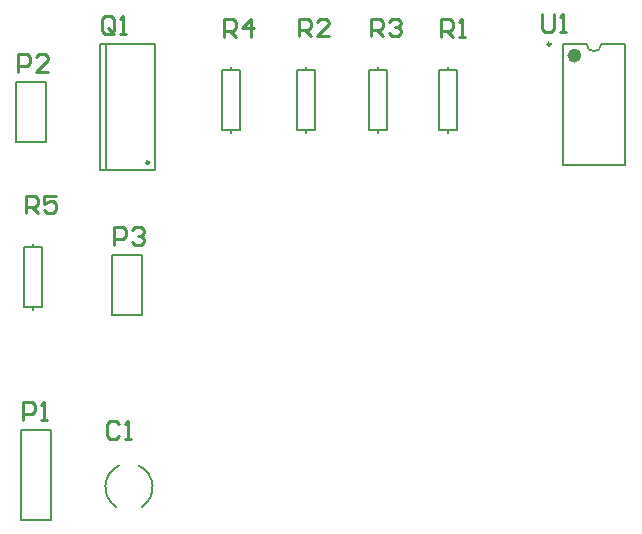
<source format=gto>
G04 Layer_Color=65535*
%FSLAX25Y25*%
%MOIN*%
G70*
G01*
G75*
%ADD11C,0.01000*%
%ADD21C,0.00984*%
%ADD22C,0.00787*%
%ADD23C,0.02362*%
D11*
X142199Y140898D02*
X141199Y141898D01*
X139200D01*
X138200Y140898D01*
Y136900D01*
X139200Y135900D01*
X141199D01*
X142199Y136900D01*
X144198Y135900D02*
X146197D01*
X145198D01*
Y141898D01*
X144198Y140898D01*
X110150Y142350D02*
Y148348D01*
X113149D01*
X114149Y147348D01*
Y145349D01*
X113149Y144349D01*
X110150D01*
X116148Y142350D02*
X118147D01*
X117148D01*
Y148348D01*
X116148Y147348D01*
X108650Y258350D02*
Y264348D01*
X111649D01*
X112649Y263348D01*
Y261349D01*
X111649Y260349D01*
X108650D01*
X118647Y258350D02*
X114648D01*
X118647Y262349D01*
Y263348D01*
X117647Y264348D01*
X115648D01*
X114648Y263348D01*
X140650Y200850D02*
Y206848D01*
X143649D01*
X144649Y205848D01*
Y203849D01*
X143649Y202849D01*
X140650D01*
X146648Y205848D02*
X147648Y206848D01*
X149647D01*
X150647Y205848D01*
Y204849D01*
X149647Y203849D01*
X148647D01*
X149647D01*
X150647Y202849D01*
Y201850D01*
X149647Y200850D01*
X147648D01*
X146648Y201850D01*
X140349Y272166D02*
Y276165D01*
X139349Y277165D01*
X137350D01*
X136350Y276165D01*
Y272166D01*
X137350Y271166D01*
X139349D01*
X138349Y273166D02*
X140349Y271166D01*
X139349D02*
X140349Y272166D01*
X142348Y271166D02*
X144347D01*
X143348D01*
Y277165D01*
X142348Y276165D01*
X249650Y270150D02*
Y276148D01*
X252649D01*
X253649Y275148D01*
Y273149D01*
X252649Y272149D01*
X249650D01*
X251649D02*
X253649Y270150D01*
X255648D02*
X257647D01*
X256648D01*
Y276148D01*
X255648Y275148D01*
X202100Y270200D02*
Y276198D01*
X205099D01*
X206099Y275198D01*
Y273199D01*
X205099Y272199D01*
X202100D01*
X204099D02*
X206099Y270200D01*
X212097D02*
X208098D01*
X212097Y274199D01*
Y275198D01*
X211097Y276198D01*
X209098D01*
X208098Y275198D01*
X226100Y270200D02*
Y276198D01*
X229099D01*
X230099Y275198D01*
Y273199D01*
X229099Y272199D01*
X226100D01*
X228099D02*
X230099Y270200D01*
X232098Y275198D02*
X233098Y276198D01*
X235097D01*
X236097Y275198D01*
Y274199D01*
X235097Y273199D01*
X234097D01*
X235097D01*
X236097Y272199D01*
Y271200D01*
X235097Y270200D01*
X233098D01*
X232098Y271200D01*
X177150Y270150D02*
Y276148D01*
X180149D01*
X181149Y275148D01*
Y273149D01*
X180149Y272149D01*
X177150D01*
X179149D02*
X181149Y270150D01*
X186147D02*
Y276148D01*
X183148Y273149D01*
X187147D01*
X111100Y211200D02*
Y217198D01*
X114099D01*
X115099Y216198D01*
Y214199D01*
X114099Y213199D01*
X111100D01*
X113099D02*
X115099Y211200D01*
X121097Y217198D02*
X117098D01*
Y214199D01*
X119097Y215199D01*
X120097D01*
X121097Y214199D01*
Y212200D01*
X120097Y211200D01*
X118098D01*
X117098Y212200D01*
X283150Y277648D02*
Y272650D01*
X284150Y271650D01*
X286149D01*
X287149Y272650D01*
Y277648D01*
X289148Y271650D02*
X291147D01*
X290148D01*
Y277648D01*
X289148Y276648D01*
D21*
X152216Y228213D02*
G03*
X152216Y228213I-492J0D01*
G01*
X285992Y267618D02*
G03*
X285992Y267618I-492J0D01*
G01*
D22*
X149732Y113360D02*
G03*
X148774Y127161I-4232J6640D01*
G01*
X142226D02*
G03*
X141268Y113360I3274J-7161D01*
G01*
X298000Y267776D02*
G03*
X303000Y267776I2500J0D01*
G01*
X113500Y200000D02*
Y200900D01*
Y179100D02*
Y180000D01*
Y200000D02*
X116500D01*
Y180000D02*
Y200000D01*
X110500Y180000D02*
X116500D01*
X110500D02*
Y200000D01*
X113500D01*
X137748Y225654D02*
Y267780D01*
X135780Y225654D02*
Y267780D01*
X154283Y225654D02*
Y267780D01*
X135780Y225654D02*
X154283D01*
X135780Y267780D02*
X154283D01*
X140000Y177500D02*
Y197500D01*
Y177500D02*
X150000D01*
Y197500D01*
X140000D02*
X150000D01*
X179500Y259000D02*
Y259900D01*
Y238100D02*
Y239000D01*
Y259000D02*
X182500D01*
Y239000D02*
Y259000D01*
X176500Y239000D02*
X182500D01*
X176500D02*
Y259000D01*
X179500D01*
X252000D02*
Y259900D01*
Y238100D02*
Y239000D01*
Y259000D02*
X255000D01*
Y239000D02*
Y259000D01*
X249000Y239000D02*
X255000D01*
X249000D02*
Y259000D01*
X252000D01*
X290067Y227224D02*
X310933D01*
X303000Y267776D02*
X310933D01*
X290067D02*
X298000D01*
X310933Y227224D02*
Y267776D01*
X290067Y227224D02*
Y267776D01*
X204500Y238100D02*
Y239000D01*
Y259000D02*
Y259900D01*
X201500Y239000D02*
X204500D01*
X201500D02*
Y259000D01*
X207500D01*
Y239000D02*
Y259000D01*
X204500Y239000D02*
X207500D01*
X228500Y238100D02*
Y239000D01*
Y259000D02*
Y259900D01*
X225500Y239000D02*
X228500D01*
X225500D02*
Y259000D01*
X231500D01*
Y239000D02*
Y259000D01*
X228500Y239000D02*
X231500D01*
X109500Y109000D02*
X119500D01*
X109500D02*
Y139000D01*
X119500D01*
Y109000D02*
Y139000D01*
X108000Y235000D02*
Y255000D01*
Y235000D02*
X118000D01*
Y255000D01*
X108000D02*
X118000D01*
D23*
X295185Y263839D02*
G03*
X295185Y263839I-1181J0D01*
G01*
M02*

</source>
